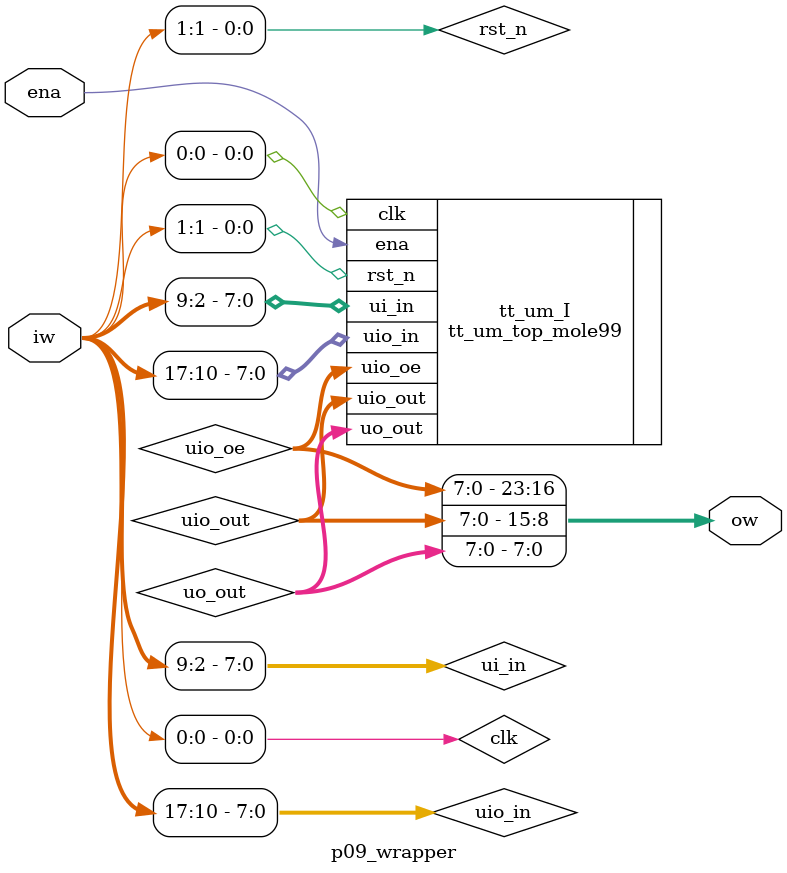
<source format=v>
`default_nettype none

module p09_wrapper (
  input wire ena,
  input wire [17:0] iw,
  output wire [23:0] ow
);

wire [7:0] uio_in;
wire [7:0] uio_out;
wire [7:0] uio_oe;
wire [7:0] uo_out;
wire [7:0] ui_in;
wire clk;
wire rst_n;

assign { uio_in, ui_in, rst_n, clk } = iw;
assign ow = { uio_oe, uio_out, uo_out };

tt_um_top_mole99 tt_um_I (
  .uio_in  (uio_in),
  .uio_out (uio_out),
  .uio_oe  (uio_oe),
  .uo_out  (uo_out),
  .ui_in   (ui_in),
  .ena     (ena),
  .clk     (clk),
  .rst_n   (rst_n)
);

endmodule

</source>
